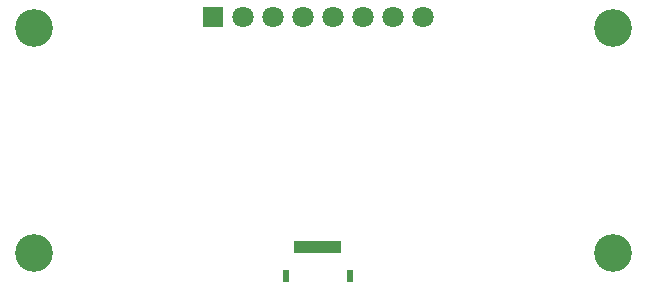
<source format=gts>
G04*
G04 #@! TF.GenerationSoftware,Altium Limited,Altium Designer,23.9.2 (47)*
G04*
G04 Layer_Color=8388736*
%FSLAX44Y44*%
%MOMM*%
G71*
G04*
G04 #@! TF.SameCoordinates,35F43EC8-9B02-491F-93BC-FA8834C0D824*
G04*
G04*
G04 #@! TF.FilePolarity,Negative*
G04*
G01*
G75*
%ADD14R,0.5032X1.0032*%
%ADD15R,0.6032X1.0032*%
%ADD16C,1.8032*%
%ADD17R,1.8032X1.8032*%
%ADD18C,3.2032*%
D14*
X287500Y35222D02*
D03*
X282500D02*
D03*
X277500D02*
D03*
X272500D02*
D03*
X267500D02*
D03*
X262500D02*
D03*
X257500D02*
D03*
X252500D02*
D03*
D15*
X243000Y10222D02*
D03*
X297000D02*
D03*
D16*
X333500Y229351D02*
D03*
X206500D02*
D03*
X231900D02*
D03*
X308100D02*
D03*
X257300D02*
D03*
X282700D02*
D03*
X358900D02*
D03*
D17*
X181100D02*
D03*
D18*
X520000Y30000D02*
D03*
Y220000D02*
D03*
X30000D02*
D03*
Y30000D02*
D03*
M02*

</source>
